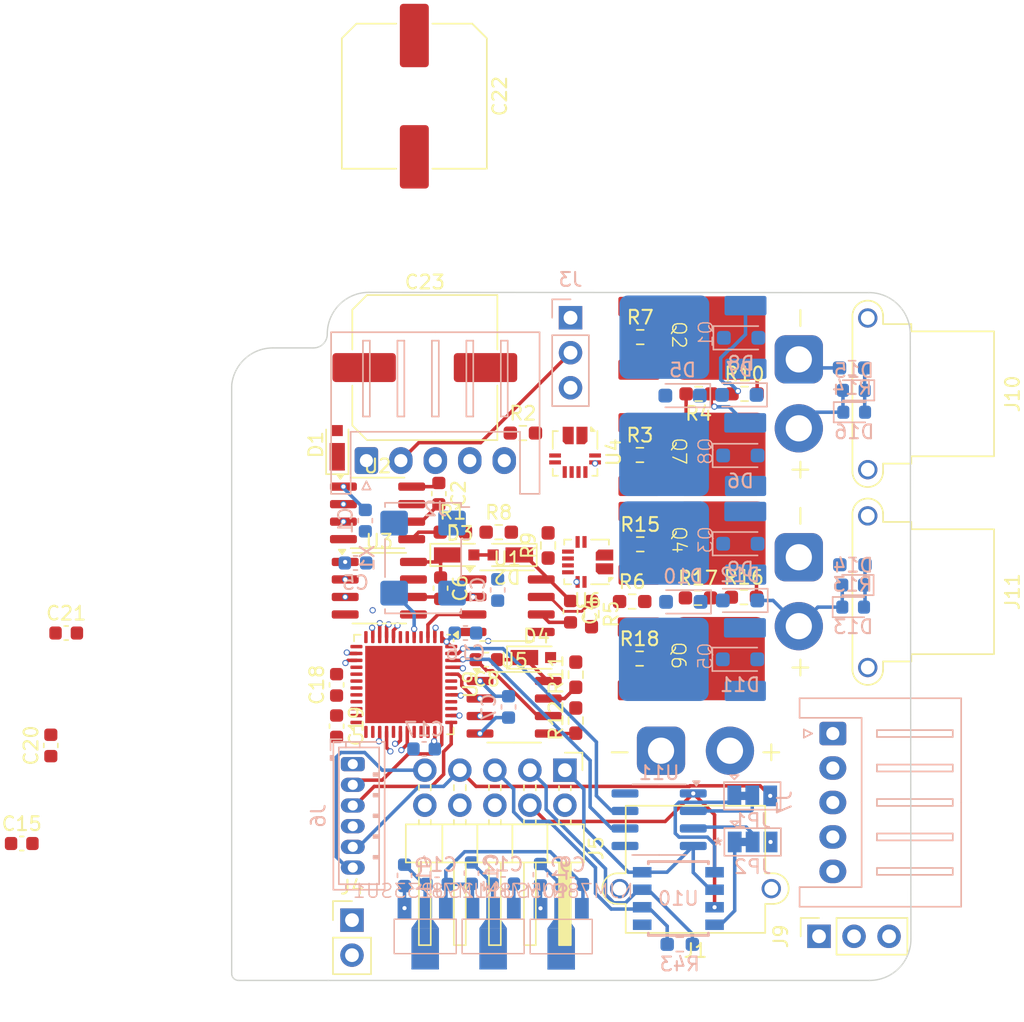
<source format=kicad_pcb>
(kicad_pcb (version 20241229) (generator "pcbnew") (generator_version "9.0")
  (layers (0 "F.Cu" signal) (4 "In1.Cu" signal) (6 "In2.Cu" signal) (2 "B.Cu" signal) (13 "F.Paste" user) (15 "B.Paste" user) (5 "F.SilkS" user "F.Silkscreen") (7 "B.SilkS" user "B.Silkscreen") (1 "F.Mask" user) (3 "B.Mask" user) (25 "Edge.Cuts" user))
  (net 0 "")
  (net 1 "+12V")
  (net 2 "GND")
  (net 3 "ch1_2")
  (net 4 "Net-(D1-K)")
  (net 5 "ch2_2")
  (net 6 "Net-(D2-K)")
  (net 7 "ch1_1")
  (net 8 "Net-(D3-K)")
  (net 9 "ch2_1")
  (net 10 "Net-(D4-K)")
  (net 11 "+5V")
  (net 12 "+3.3V")
  (net 13 "VCC")
  (net 14 "GND1")
  (net 15 "GND2")
  (net 16 "TIM3_ETR")
  (net 17 "TIM3_CH2")
  (net 18 "Net-(J2-Pin_2)")
  (net 19 "TIM3_CH1")
  (net 20 "GNDA")
  (net 21 "CAN_L")
  (net 23 "+5VA")
  (net 25 "LED1")
  (net 27 "RX")
  (net 28 "TX")
  (net 29 "CAN_H")
  (net 30 "DIO")
  (net 31 "CLK")
  (net 32 "TIM2_CH1")
  (net 33 "TIM2_CH2")
  (net 34 "TIM2_ETR")
  (net 35 "Net-(J7-Pin_2)")
  (net 36 "I2C_SCL")
  (net 37 "I2C_SDA")
  (net 38 "VOA")
  (net 39 "C_TX_A")
  (net 40 "C_RX_A")
  (net 41 "VIB")
  (net 42 "Net-(Q1-G)")
  (net 43 "Net-(Q2-G)")
  (net 44 "Net-(Q3-G)")
  (net 45 "Net-(Q4-G)")
  (net 46 "Net-(Q5-G)")
  (net 47 "Net-(Q6-G)")
  (net 48 "Net-(Q7-G)")
  (net 49 "Net-(Q8-G)")
  (net 50 "Net-(U2-LO)")
  (net 51 "Net-(U2-HO)")
  (net 52 "Net-(U1-HO)")
  (net 53 "Net-(U1-LO)")
  (net 54 "Net-(U3-HO)")
  (net 55 "Net-(U3-LO)")
  (net 56 "Net-(U5-HO)")
  (net 57 "Net-(U5-LO)")
  (net 58 "SD2")
  (net 59 "TIM15_CH1")
  (net 60 "TIM4_CH1")
  (net 61 "SD1")
  (net 62 "TIM4_CH2")
  (net 65 "cur_1")
  (net 69 "TIM15_CH2")
  (net 70 "cur_2")
  (net 79 "CAN_TX")
  (net 92 "CAN_RX")
  (net 95 "HSE")
  (net 102 "Net-(D13-A)")
  (net 103 "Net-(D15-K)")
  (footprint "Connector_AMASS:AMASS_XT30PW-F_1x02_P2.50mm_Horizontal" (layer "F.Cu") (at 213.052 72.938 -90)
    (property "Reference" "J11")
    (property "Value" "Conn_01x02_Pin")
  )
  (footprint "Connector_PinHeader_2.54mm:PinHeader_2x05_P2.54mm_Horizontal" (layer "F.Cu") (at 196.088 88.3818 -90)
    (property "Reference" "J5")
    (property "Value" "Conn_02x05_Odd_Even")
  )
  (footprint "Resistor_SMD:R_0603_1608Metric_Pad0.98x0.95mm_HandSolder" (layer "F.Cu") (at 201.5065 80.289)
    (property "Reference" "R18")
    (property "Value" "10k")
  )
  (footprint "Resistor_SMD:R_0603_1608Metric_Pad0.98x0.95mm_HandSolder" (layer "F.Cu") (at 196.8754 81.4578 90)
    (property "Reference" "R11")
    (property "Value" "10")
  )
  (footprint "Resistor_SMD:R_0603_1608Metric_Pad0.98x0.95mm_HandSolder" (layer "F.Cu") (at 200.9648 76.1492)
    (property "Reference" "R6")
    (property "Value" "10")
  )
  (footprint "Diode_SMD:D_MicroSMP_AK" (layer "F.Cu") (at 179.578 64.7715 90)
    (property "Reference" "D1")
    (property "Value" "D")
  )
  (footprint "Resistor_SMD:R_0603_1608Metric_Pad0.98x0.95mm_HandSolder" (layer "F.Cu") (at 196.8754 84.7852 90)
    (property "Reference" "R12")
    (property "Value" "10")
  )
  (footprint "Package_SO:SOIC-8_3.9x4.9mm_P1.27mm" (layer "F.Cu") (at 182.626 75.184)
    (property "Reference" "U3")
    (property "Value" "IR2302")
  )
  (footprint "Capacitor_SMD:C_Elec_10x10.2" (layer "F.Cu") (at 185.928 59.182)
    (property "Reference" "C23")
    (property "Value" "330u")
  )
  (footprint "Resistor_SMD:R_0603_1608Metric_Pad0.98x0.95mm_HandSolder" (layer "F.Cu") (at 187.96 71.12)
    (property "Reference" "R1")
    (property "Value" "10")
  )
  (footprint "Capacitor_SMD:C_0603_1608Metric" (layer "F.Cu") (at 196.4944 76.8858 -90)
    (property "Reference" "C4")
    (property "Value" "1u")
  )
  (footprint "Connector_AMASS:AMASS_XT30PW-F_1x02_P2.50mm_Horizontal" (layer "F.Cu") (at 213.052 58.587 -90)
    (property "Reference" "J10")
    (property "Value" "Conn_01x02_Pin")
  )
  (footprint "Connector_AMASS:AMASS_XT30PW-M_1x02_P2.50mm_Horizontal" (layer "F.Cu") (at 203.058 86.9718 180)
    (property "Reference" "J1")
    (property "Value" "Conn_01x02_Pin")
  )
  (footprint "Capacitor_SMD:C_Elec_10x10.2" (layer "F.Cu") (at 185.166 39.497 -90)
    (property "Reference" "C22")
    (property "Value" "330u")
  )
  (footprint "Capacitor_SMD:C_0603_1608Metric" (layer "F.Cu") (at 156.6926 93.7006)
    (property "Reference" "C15")
    (property "Value" "1u")
  )
  (footprint "Capacitor_SMD:C_0603_1608Metric" (layer "F.Cu") (at 186.944 68.326 -90)
    (property "Reference" "C2")
    (property "Value" "1u")
  )
  (footprint "jisaku:RD3L07BBG" (layer "F.Cu") (at 203.8775 71.9324 -90)
    (property "Reference" "Q4")
    (property "Value" "~")
  )
  (footprint "Resistor_SMD:R_0603_1608Metric_Pad0.98x0.95mm_HandSolder" (layer "F.Cu") (at 201.5262 65.5231)
    (property "Reference" "R3")
    (property "Value" "10k")
  )
  (footprint "Package_DFN_QFN:QFN-48-1EP_7x7mm_P0.5mm_EP5.6x5.6mm" (layer "F.Cu") (at 184.404 82.169 -90)
    (property "Reference" "U9")
    (property "Value" "STM32G431CBUx")
  )
  (footprint "Package_SO:SOIC-8_3.9x4.9mm_P1.27mm" (layer "F.Cu") (at 182.499 69.723)
    (property "Reference" "U2")
    (property "Value" "IR2302")
  )
  (footprint "Sensor_Current:Allegro_QFN-12-10-1EP_3x3mm_P0.5mm" (layer "F.Cu") (at 197.739 73.279 180)
    (property "Reference" "U6")
    (property "Value" "ACS711xEXLT-15AB")
  )
  (footprint "Resistor_SMD:R_0603_1608Metric_Pad0.98x0.95mm_HandSolder" (layer "F.Cu") (at 191.2874 71.12)
    (property "Reference" "R8")
    (property "Value" "10")
  )
  (footprint "Capacitor_SMD:C_0603_1608Metric" (layer "F.Cu") (at 158.8008 86.5886 90)
    (property "Reference" "C20")
    (property "Value" "0.1u")
  )
  (footprint "jisaku:RD3L07BBG" (layer "F.Cu") (at 203.8718 65.4977 -90)
    (property "Reference" "Q7")
    (property "Value" "~")
  )
  (footprint "jisaku:RD3L07BBG" (layer "F.Cu") (at 203.8653 57.063 -90)
    (property "Reference" "Q2")
    (property "Value" "~")
  )
  (footprint "Diode_SMD:D_MicroSMP_AK" (layer "F.Cu") (at 194.0291 80.2132)
    (property "Reference" "D4")
    (property "Value" "D")
  )
  (footprint "Diode_SMD:D_MicroSMP_AK" (layer "F.Cu") (at 191.8985 72.771 180)
    (property "Reference" "D2")
    (property "Value" "D")
  )
  (footprint "Resistor_SMD:R_0603_1608Metric_Pad0.98x0.95mm_HandSolder" (layer "F.Cu") (at 198.0184 77.0636 -90)
    (property "Reference" "R5")
    (property "Value" "10")
  )
  (footprint "Capacitor_SMD:C_0603_1608Metric" (layer "F.Cu") (at 179.5272 82.1944 90)
    (property "Reference" "C18")
    (property "Value" "1u")
  )
  (footprint "Capacitor_SMD:C_0603_1608Metric" (layer "F.Cu") (at 187.071 75.184 -90)
    (property "Reference" "C6")
    (property "Value" "1u")
  )
  (footprint "Resistor_SMD:R_0603_1608Metric_Pad0.98x0.95mm_HandSolder" (layer "F.Cu") (at 209.1182 61.087)
    (property "Reference" "R10")
    (property "Value" "10k")
  )
  (footprint "Resistor_SMD:R_0603_1608Metric_Pad0.98x0.95mm_HandSolder" (layer "F.Cu") (at 193.04 63.9318)
    (property "Reference" "R2")
    (property "Value" "10")
  )
  (footprint "Resistor_SMD:R_0603_1608Metric_Pad0.98x0.95mm_HandSolder" (layer "F.Cu") (at 194.8688 72.0852 90)
    (property "Reference" "R9")
    (property "Value" "10")
  )
  (footprint "Package_SO:SOIC-8_3.9x4.9mm_P1.27mm" (layer "F.Cu") (at 191.8955 76.454)
    (property "Reference" "U1")
    (property "Value" "IR2302")
  )
  (footprint "Connector_PinSocket_2.54mm:PinSocket_1x03_P2.54mm_Vertical" (layer "F.Cu") (at 214.518 100.432 90)
    (property "Reference" "J9")
    (property "Value" "Conn_01x03_Pin")
  )
  (footprint "Capacitor_SMD:C_0603_1608Metric" (layer "F.Cu") (at 190.3984 80.3656 180)
    (property "Reference" "C8")
    (property "Value" "1u")
  )
  (footprint "Resistor_SMD:R_0603_1608Metric_Pad0.98x0.95mm_HandSolder" (layer "F.Cu") (at 201.5516 72.0001)
    (property "Reference" "R15")
    (property "Value" "10k")
  )
  (footprint "Capacitor_SMD:C_0603_1608Metric" (layer "F.Cu") (at 159.9184 78.4352)
    (property "Reference" "C21")
    (property "Value" "0.1u")
  )
  (footprint "Resistor_SMD:R_0603_1608Metric_Pad0.98x0.95mm_HandSolder" (layer "F.Cu") (at 209.07 75.8355)
    (property "Reference" "R16")
    (property "Value" "10k")
  )
  (footprint "Sensor_Current:Allegro_QFN-12-10-1EP_3x3mm_P0.5mm" (layer "F.Cu") (at 196.8246 65.3288 -90)
    (property "Reference" "U4")
    (property "Value" "ACS711xEXLT-15AB")
  )
  (footprint "Capacitor_SMD:C_0603_1608Metric" (layer "F.Cu") (at 179.5272 85.1916 -90)
    (property "Reference" "C19")
    (property "Value" "1u")
  )
  (footprint "Package_SO:SOIC-8_3.9x4.9mm_P1.27mm" (layer "F.Cu") (at 192.405 83.82)
    (property "Reference" "U5")
    (property "Value" "IR2302")
  )
  (footprint "Connector_PinHeader_2.54mm:PinHeader_1x02_P2.54mm_Vertical" (layer "F.Cu") (at 180.6448 99.2582)
    (property "Reference" "J4")
    (property "Value" "Conn_01x02_Pin")
  )
  (footprint "Diode_SMD:D_MicroSMP_AK" (layer "F.Cu") (at 188.4665 72.771)
    (property "Reference" "D3")
    (property "Value" "D")
  )
  (footprint "jisaku:RD3L07BBG" (layer "F.Cu") (at 203.8228 80.3126 -90)
    (property "Reference" "Q6")
    (property "Value" "~")
  )
  (footprint "Resistor_SMD:R_0603_1608Metric_Pad0.98x0.95mm_HandSolder" (layer "F.Cu") (at 205.7426 75.8863)
    (property "Reference" "R17")
    (property "Value" "10k")
  )
  (footprint "Resistor_SMD:R_0603_1608Metric_Pad0.98x0.95mm_HandSolder" (layer "F.Cu") (at 201.549 56.9722)
    (property "Reference" "R7")
    (property "Value" "10k")
  )
  (footprint "Resistor_SMD:R_0603_1608Metric_Pad0.98x0.95mm_HandSolder" (layer "F.Cu") (at 205.7908 61.087 180)
    (property "Reference" "R4")
    (property "Value" "10k")
  )
  (footprint "Package_SO:SOIC-8_3.9x4.9mm_P1.27mm" (layer "B.Cu") (at 202.9206 91.9734 180)
    (property "Reference" "U11")
    (property "Value" "ADuM1201AR")
  )
  (footprint "Capacitor_SMD:C_0603_1608Metric" (layer "B.Cu") (at 185.8772 86.8426 180)
    (property "Reference" "C17")
    (property "Value" "1u")
  )
  (footprint "Diode_SMD:D_SOD-323_HandSoldering" (layer "B.Cu") (at 208.788 76.073 180)
    (property "Reference" "D12")
    (property "Value" "D")
  )
  (footprint "jisaku:RD3L07BBG" (layer "B.Cu") (at 206.8068 56.9976 -90)
    (property "Reference" "Q1")
    (property "Value" "~")
  )
  (footprint "Connector_JST:JST_XH_S5B-XH-A_1x05_P2.50mm_Horizontal" (layer "B.Cu") (at 181.69 65.929)
    (property "Reference" "J2")
    (property "Value" "Conn_01x05_Pin")
  )
  (footprint "Resistor_SMD:R_0603_1608Metric_Pad0.98x0.95mm_HandSolder" (layer "B.Cu") (at 204.4192 101.0158)
    (property "Reference" "R43")
    (property "Value" "120")
  )
  (footprint "Diode_SMD:D_SOD-323_HandSoldering" (layer "B.Cu") (at 208.788 80.3402)
    (property "Reference" "D11")
    (property "Value" "D")
  )
  (footprint "jisaku:RD3L07BBG" (layer "B.Cu") (at 206.7643 80.3652 -90)
    (property "Reference" "Q5")
    (property "Value" "~")
  )
  (footprint "Capacitor_SMD:C_0603_1608Metric" (layer "B.Cu") (at 191.9986 83.7946 -90)
    (property "Reference" "C7")
    (property "Value" "1u")
  )
  (footprint "Resistor_SMD:R_0603_1608Metric_Pad0.98x0.95mm_HandSolder" (layer "B.Cu") (at 216.9414 73.4822)
    (property "Reference" "R13")
    (property "Value" "R")
  )
  (footprint "Resistor_SMD:R_0603_1608Metric_Pad0.98x0.95mm_HandSolder" (layer "B.Cu") (at 216.916 59.2074)
    (property "Reference" "R14")
    (property "Value" "R")
  )
  (footprint "Diode_SMD:D_SOD-323_HandSoldering" (layer "B.Cu") (at 208.8134 71.9582)
    (property "Reference" "D9")
    (property "Value" "D")
  )
  (footprint "Jumper:SolderJumper-3_P1.3mm_Bridged12_Pad1.0x1.5mm" (layer "B.Cu") (at 209.7024 93.5891)
    (property "Reference" "JP2")
    (property "Value" "ソルダジャンパ12")
  )
  (footprint "Capacitor_SMD:C_0603_1608Metric" (layer "B.Cu") (at 184.4548 96.012 90)
    (property "Reference" "C11")
    (property "Value" "C")
  )
  (footprint "Oscillator:Oscillator_SMD_IQD_IQXO70-4Pin_7.5x5.0mm" (layer "B.Cu") (at 185.801 72.9996 -90)
    (property "Reference" "X1")
    (property "Value" "IQXO-70")
  )
  (footprint "Capacitor_SMD:C_0603_1608Metric" (layer "B.Cu") (at 191.2112 75.311 -90)
    (property "Reference" "C3")
    (property "Value" "1u")
  )
  (footprint "Connector_JST:JST_ZH_B6B-ZR_1x06_P1.50mm_Vertical" (layer "B.Cu") (at 180.7028 87.944 -90)
    (property "Reference" "J6")
    (property "Value" "Conn_01x06_Pin")
  )
  (footprint "Diode_SMD:D_SOD-323_HandSoldering" (layer "B.Cu") (at 204.6732 76.1746 180)
    (property "Reference" "D10")
    (property "Value" "D")
  )
  (footprint "jisaku:RD3L07BBG" (layer "B.Cu") (at 206.7897 71.926 -90)
    (property "Reference" "Q3")
    (property "Value" "~")
  )
  (footprint "Capacitor_SMD:C_0603_1608Metric" (layer "B.Cu") (at 186.817 96.6615 180)
    (property "Reference" "C14")
    (property "Value" "C")
  )
  (footprint "Capacitor_SMD:C_0603_1608Metric" (layer "B.Cu") (at 196.6214 96.6724 180)
    (property "Reference" "C9")
    (property "Value" "C")
  )
  (footprint "Capacitor_SMD:C_0603_1608Metric" (layer "B.Cu") (at 189.3062 95.8487 90)
    (property "Reference" "C13")
    (property "Value" "C")
  )
  (footprint "jisaku:SOP-J8" (layer "B.Cu") (at 204.3176 97.6884 180)
    (property "Reference" "U10")
    (property "Value" "BD4104")
  )
  (footprint "jisaku:RD3L07BBG" (layer "B.Cu") (at 206.784 65.4977 -90)
    (property "Reference" "Q8")
    (property "Value" "~")
  )
  (footprint "Diode_SMD:D_SOD-323_HandSoldering" (layer "B.Cu") (at 204.6224 61.214 180)
    (property "Reference" "D5")
    (property "Value" "D")
  )
  (footprint "Connector_PinSocket_2.54mm:PinSocket_1x03_P2.54mm_Vertical" (layer "B.Cu") (at 196.4948 55.5648 180)
    (property "Reference" "J3")
    (property "Value" "Conn_01x03_Pin")
  )
  (footprint "Diode_SMD:D_SOD-323_HandSoldering" (layer "B.Cu") (at 208.7372 61.1632 180)
    (property "Reference" "D7")
    (property "Value" "D")
  )
  (footprint "LED_SMD:LED_0603_1608Metric" (layer "B.Cu") (at 217.0684 62.4202)
    (property "Reference" "D16")
    (property "Value" "LED")
  )
  (footprint "Jumper:SolderJumper-3_P1.3mm_Bridged12_Pad1.0x1.5mm" (layer "B.Cu") (at 209.677 90.2462)
    (property "Reference" "JP1")
    (property "Value" "ソルダジャンパ12")
  )
  (footprint "jisaku:SOT-89-3" (layer "B.Cu") (at 190.881 97.6376 180)
    (property "Reference" "NJM78L12SU2")
    (property "Value" "~")
  )
  (footprint "jisaku:SOT-89-3" (layer "B.Cu") (at 185.9534 97.6376 180)
    (property "Reference" "NJM78L33SU1")
    (property "Value" "~")
  )
  (footprint "LED_SMD:LED_0603_1608Metric" (layer "B.Cu") (at 217.043 60.833 180)
    (property "Reference" "D15")
    (property "Value" "LED")
  )
  (footprint "LED_SMD:LED_0603_1608Metric" (layer "B.Cu") (at 216.9922 74.9562 180)
    (property "Reference" "D14")
    (property "Value" "LED")
  )
  (footprint "jisaku:SOT-89-3" (layer "B.Cu") (at 195.8172 97.6485 180)
    (property "Reference" "NJM78L05SU1")
    (property "Value" "~")
  )
  (footprint "Connector_JST:JST_XH_S5B-XH-A_1x05_P2.50mm_Horizontal" (layer "B.Cu") (at 215.519 85.725 -90)
    (property "Reference" "J7")
    (property "Value" "Conn_01x05_Pin")
  )
  (footprint "Diode_SMD:D_SOD-323_HandSoldering" (layer "B.Cu") (at 208.8134 65.5574)
    (property "Reference" "D6")
    (property "Value" "D")
  )
  (footprint "Capacitor_SMD:C_0603_1608Metric" (layer "B.Cu") (at 188.8744 78.4352)
    (property "Reference" "C16")
    (property "Value" "1u")
  )
  (footprint "Capacitor_SMD:C_0603_1608Metric" (layer "B.Cu") (at 181.61 70.2818 -90)
    (property "Reference" "C1")
    (property "Value" "1u")
  )
  (footprint "Diode_SMD:D_SOD-323_HandSoldering" (layer "B.Cu") (at 208.8642 57.023)
    (property "Reference" "D8")
    (property "Value" "D")
  )
  (footprint "Capacitor_SMD:C_0603_1608Metric" (layer "B.Cu") (at 194.31 95.9612 90)
    (property "Reference" "C10")
    (property "Value" "C")
  )
  (footprint "Capacitor_SMD:C_0603_1608Metric" (layer "B.Cu") (at 191.6176 96.6361 180)
    (property "Reference" "C12")
    (property "Value" "C")
  )
  (footprint "Capacitor_SMD:C_0603_1608Metric" (layer "B.Cu") (at 180.8988 73.3552)
    (property "Reference" "C5")
    (property "Value" "1u")
  )
  (footprint "LED_SMD:LED_0603_1608Metric" (layer "B.Cu") (at 216.9922 76.5556)
    (property "Reference" "D13")
    (property "Value" "LED")
  )
  (gr_arc (start 178.852347 56.755387) (mid 178.559001 57.463588) (end 177.8508 57.756934) (stroke (width 0.1)) (layer "Edge.Cuts"))
  (gr_line (start 174.9044 57.756934) (end 177.841098 57.756934) (stroke (width 0.1)) (layer "Edge.Cuts"))
  (gr_line (start 218.1832 103.632) (end 178.9188 103.632) (stroke (width 0.1)) (layer "Edge.Cuts"))
  (gr_line (start 178.9188 103.632) (end 172.4188 103.632) (stroke (width 0.1)) (layer "Edge.Cuts"))
  (gr_arc (start 172.4188 103.632) (mid 172.065247 103.485553) (end 171.9188 103.132) (stroke (width 0.1)) (layer "Edge.Cuts"))
  (gr_arc (start 171.9188 60.463349) (mid 172.88955 58.534238) (end 174.9044 57.756934) (stroke (width 0.1)) (layer "Edge.Cuts"))
  (gr_line (start 221.1352 56.743734) (end 221.1832 100.632) (stroke (width 0.1)) (layer "Edge.Cuts"))
  (gr_line (start 171.9188 103.132) (end 171.9188 60.463349) (stroke (width 0.1)) (layer "Edge.Cuts"))
  (gr_line (start 181.8708 53.725257) (end 218.1352 53.7464) (stroke (width 0.1)) (layer "Edge.Cuts"))
  (gr_arc (start 218.1352 53.743734) (mid 220.25652 54.622414) (end 221.1352 56.743734) (stroke (width 0.1)) (layer "Edge.Cuts"))
  (gr_arc (start 178.852346 56.755387) (mid 179.732299 54.613472) (end 181.870801 53.725257) (stroke (width 0.1)) (layer "Edge.Cuts"))
  (gr_arc (start 221.1832 100.632) (mid 220.30452 102.75332) (end 218.1832 103.632) (stroke (width 0.1)) (layer "Edge.Cuts"))
  (via (at 189.93 81.915) (size 0.45) (drill 0.3) (layers "F.Cu" "B.Cu") (net 1))
  (via (at 180.024 67.818) (size 0.45) (drill 0.3) (layers "F.Cu" "B.Cu") (net 1))
  (via (at 180.151 73.279) (size 0.45) (drill 0.3) (layers "F.Cu" "B.Cu") (net 1))
  (segment (start 187.4534 98.3876) (end 187.4534 95.663206) (width 0.254) (layer "B.Cu") (net 1))
  (segment (start 197.3964 96.6724) (end 197.3964 98.3193) (width 0.254) (layer "B.Cu") (net 1))
  (segment (start 187.592 96.6615) (end 189.2684 96.6615) (width 0.254) (layer "B.Cu") (net 1))
  (segment (start 187.4534 95.663206) (end 188.820906 94.2957) (width 0.254) (layer "B.Cu") (net 1))
  (segment (start 187.4534 98.3876) (end 187.4534 96.8001) (width 0.254) (layer "B.Cu") (net 1))
  (segment (start 188.820906 94.2957) (end 195.0197 94.2957) (width 0.254) (layer "B.Cu") (net 1))
  (segment (start 189.381 96.6985) (end 189.3062 96.6237) (width 0.254) (layer "B.Cu") (net 1))
  (segment (start 180.024 67.818) (end 180.024 67.9208) (width 0.254) (layer "B.Cu") (net 1))
  (segment (start 189.381 98.3876) (end 189.381 96.6985) (width 0.254) (layer "B.Cu") (net 1))
  (segment (start 189.2684 96.6615) (end 189.3062 96.6237) (width 0.254) (layer "B.Cu") (net 1))
  (segment (start 197.3964 98.3193) (end 197.3172 98.3985) (width 0.254) (layer "B.Cu") (net 1))
  (segment (start 191.9986 83.0196) (end 191.0346 83.0196) (width 0.254) (layer "B.Cu") (net 1))
  (segment (start 187.4534 96.8001) (end 187.592 96.6615) (width 0.254) (layer "B.Cu") (net 1))
  (segment (start 191.0346 83.0196) (end 189.93 81.915) (width 0.254) (layer "B.Cu") (net 1))
  (segment (start 195.0197 94.2957) (end 197.3964 96.6724) (width 0.254) (layer "B.Cu") (net 1))
  (segment (start 180.024 67.9208) (end 181.61 69.5068) (width 0.254) (layer "B.Cu") (net 1))
  (via (at 189.93 85.725) (size 0.45) (drill 0.3) (layers "F.Cu" "B.Cu") (net 2))
  (segment (start 190.881 96.6485) (end 190.881 98.3876) (width 0.254) (layer "B.Cu") (net 2))
  (segment (start 195.8172 96.6934) (end 195.8172 98.3985) (width 0.254) (layer "B.Cu") (net 2))
  (segment (start 190.8426 98.3492) (end 190.881 98.3876) (width 0.254) (layer "B.Cu") (net 2))
  (segment (start 194.31 95.1862) (end 195.8172 96.6934) (width 0.254) (layer "B.Cu") (net 2))
  (segment (start 195.8464 96.6724) (end 195.8464 98.3693) (width 0.254) (layer "B.Cu") (net 2))
  (segment (start 191.0854 84.5696) (end 189.93 85.725) (width 0.254) (layer "B.Cu") (net 2))
  (segment (start 184.4548 95.237) (end 185.9534 96.7356) (width 0.254) (layer "B.Cu") (net 2))
  (segment (start 189.3062 95.0737) (end 190.881 96.6485) (width 0.254) (layer "B.Cu") (net 2))
  (segment (start 190.8426 96.6361) (end 190.8426 98.3492) (width 0.254) (layer "B.Cu") (net 2))
  (segment (start 185.9534 96.7356) (end 185.9534 98.3876) (width 0.254) (layer "B.Cu") (net 2))
  (segment (start 191.9986 84.5696) (end 191.0854 84.5696) (width 0.254) (layer "B.Cu") (net 2))
  (segment (start 195.8464 98.3693) (end 195.8172 98.3985) (width 0.254) (layer "B.Cu") (net 2))
  (segment (start 210.0307 61.087) (end 210.0307 59.7009) (width 0.254) (layer "F.Cu") (net 3))
  (segment (start 186.944 69.101) (end 185.687 70.358) (width 0.254) (layer "F.Cu") (net 3))
  (segment (start 185.687 70.358) (end 184.974 70.358) (width 0.254) (layer "F.Cu") (net 3))
  (segment (start 210.0307 59.7009) (end 207.3713 57.0415) (width 0.254) (layer "F.Cu") (net 3))
  (segment (start 213.6724 59.2074) (end 213.052 58.587) (width 0.254) (layer "B.Cu") (net 3))
  (segment (start 216.0035 59.2074) (end 213.6724 59.2074) (width 0.254) (layer "B.Cu") (net 3))
  (segment (start 184.974 67.818) (end 186.677 67.818) (width 0.254) (layer "F.Cu") (net 4))
  (segment (start 186.677 67.818) (end 186.944 67.551) (width 0.254) (layer "F.Cu") (net 4))
  (segment (start 209.9825 75.8355) (end 209.9825 74.5099) (width 0.254) (layer "F.Cu") (net 5))
  (segment (start 194.9423 77.6608) (end 194.3705 77.089) (width 0.254) (layer "F.Cu") (net 5))
  (segment (start 209.9825 74.5099) (end 207.3835 71.9109) (width 0.254) (layer "F.Cu") (net 5))
  (segment (start 196.4944 77.6608) (end 194.9423 77.6608) (width 0.254) (layer "F.Cu") (net 5))
  (segment (start 193.1546 72.771) (end 192.7785 72.771) (width 0.254) (layer "F.Cu") (net 6))
  (segment (start 196.4944 76.1108) (end 193.1546 72.771) (width 0.254) (layer "F.Cu") (net 6))
  (segment (start 204.8783 61.087) (end 204.8783 62.9767) (width 0.254) (layer "F.Cu") (net 7))
  (segment (start 185.101 75.819) (end 186.931 75.819) (width 0.254) (layer "F.Cu") (net 7))
  (segment (start 186.931 75.819) (end 187.071 75.959) (width 0.254) (layer "F.Cu") (net 7))
  (segment (start 204.8783 62.9767) (end 207.3778 65.4762) (width 0.254) (layer "F.Cu") (net 7))
  (segment (start 216.2555 60.833) (end 216.2555 62.3948) (width 0.254) (layer "B.Cu") (net 7))
  (segment (start 214.2188 62.4202) (end 213.052 63.587) (width 0.254) (layer "B.Cu") (net 7))
  (segment (start 216.2555 62.3948) (end 216.2809 62.4202) (width 0.254) (layer "B.Cu") (net 7))
  (segment (start 216.2809 62.4202) (end 214.2188 62.4202) (width 0.254) (layer "B.Cu") (net 7))
  (segment (start 187.0785 73.279) (end 187.5865 72.771) (width 0.254) (layer "F.Cu") (net 8))
  (segment (start 187.071 73.2865) (end 187.5865 72.771) (width 0.254) (layer "F.Cu") (net 8))
  (segment (start 187.071 74.409) (end 187.071 73.2865) (width 0.254) (layer "F.Cu") (net 8))
  (segment (start 185.101 73.279) (end 187.0785 73.279) (width 0.254) (layer "F.Cu") (net 8))
  (segment (start 194.12515 84.455) (end 190.83875 81.1686) (width 0.254) (layer "F.Cu") (net 9))
  (segment (start 190.4264 81.1686) (end 189.6234 80.3656) (width 0.254) (layer "F.Cu") (net 9))
  (segment (start 194.88 84.455) (end 194.12515 84.455) (width 0.254) (layer "F.Cu") (net 9))
  (segment (start 190.83875 81.1686) (end 190.4264 81.1686) (width 0.254) (layer "F.Cu") (net 9))
  (segment (start 210.038 76.073) (end 211.187 76.073) (width 0.254) (layer "B.Cu") (net 9))
  (segment (start 211.187 76.073) (end 213.052 77.938) (width 0.254) (layer "B.Cu") (net 9))
  (segment (start 216.2047 74.9562) (end 216.2047 76.5556) (width 0.254) (layer "B.Cu") (net 9))
  (segment (start 216.2047 76.5556) (end 214.4344 76.5556) (width 0.254) (layer "B.Cu") (net 9))
  (segment (start 214.4344 76.5556) (end 213.052 77.938) (width 0.254) (layer "B.Cu") (net 9))
  (segment (start 194.88 81.915) (end 194.8509 81.915) (width 0.254) (layer "F.Cu") (net 10))
  (segment (start 191.1734 80.3656) (end 192.9967 80.3656) (width 0.254) (layer "F.Cu") (net 10))
  (segment (start 192.9967 80.3656) (end 193.1491 80.2132) (width 0.254) (layer "F.Cu") (net 10))
  (segment (start 194.8509 81.915) (end 193.1491 80.2132) (width 0.254) (layer "F.Cu") (net 10))
  (via (at 194.3172 98.3985) (size 0.45) (drill 0.3) (layers "F.Cu" "B.Cu") (net 11))
  (segment (start 194.3172 96.7434) (end 194.31 96.7362) (width 0.254) (layer "B.Cu") (net 11))
  (segment (start 194.3172 98.3985) (end 194.3172 96.7434) (width 0.254) (layer "B.Cu") (net 11))
  (segment (start 186.654 86.2318) (end 186.654 85.6065) (width 0.254) (layer "F.Cu") (net 12))
  (segment (start 187.154 78.7315) (end 187.8415 79.419) (width 0.254) (layer "F.Cu") (net 12))
  (segment (start 186.602 86.2838) (end 186.654 86.2318) (width 0.254) (layer "F.Cu") (net 12))
  (via (at 186.602 86.2838) (size 0.45) (drill 0.3) (layers "F.Cu" "B.Cu") (net 12))
  (via (at 184.4534 98.3876) (size 0.45) (drill 0.3) (layers "F.Cu" "B.Cu") (net 12))
  (via (at 187.504521 79.068479) (size 0.45) (drill 0.3) (layers "F.Cu" "B.Cu") (net 12))
  (segment (start 188.0994 78.4352) (end 188.0994 78.4736) (width 0.254) (layer "B.Cu") (net 12))
  (segment (start 186.6522 86.8426) (end 186.6522 86.334) (width 0.254) (layer "B.Cu") (net 12))
  (segment (start 184.4548 96.787) (end 184.4548 98.3862) (width 0.254) (layer "B.Cu") (net 12))
  (segment (start 188.0994 78.4736) (end 187.504521 79.068479) (width 0.254) (layer "B.Cu") (net 12))
  (segment (start 186.6522 86.334) (end 186.602 86.2838) (width 0.254) (layer "B.Cu") (net 12))
  (segment (start 184.4548 98.3862) (end 184.4534 98.3876) (width 0.254) (layer "B.Cu") (net 12))
  (segment (start 190.8785 72.771) (end 189.4865 72.771) (width 0.254) (layer "F.Cu") (net 13))
  (segment (start 192.381 98.3876) (end 192.381 96.6477) (width 0.254) (layer "B.Cu") (net 13))
  (segment (start 192.381 96.6477) (end 192.3926 96.6361) (width 0.254) (layer "B.Cu") (net 13))
  (segment (start 188.480749 82.919) (end 188.532848 82.971099) (width 0.254) (layer "F.Cu") (net 16))
  (segment (start 187.8415 82.919) (end 188.480749 82.919) (width 0.254) (layer "F.Cu") (net 16))
  (via (at 190.52561 79.012961) (size 0.45) (drill 0.3) (layers "F.Cu" "B.Cu") (net 16))
  (via (at 188.532848 82.971099) (size 0.45) (drill 0.3) (layers "F.Cu" "B.Cu") (net 16))
  (segment (start 180.360808 80.419) (end 180.171053 80.608755) (width 0.254) (layer "F.Cu") (net 17))
  (segment (start 180.9665 80.419) (end 180.360808 80.419) (width 0.254) (layer "F.Cu") (net 17))
  (via (at 180.171053 80.608755) (size 0.45) (drill 0.3) (layers "F.Cu" "B.Cu") (net 17))
  (via (at 182.1434 76.7842) (size 0.45) (drill 0.3) (layers "F.Cu" "B.Cu") (net 17))
  (segment (start 185.493 64.626) (end 184.19 65.929) (width 0.254) (layer "F.Cu") (net 18))
  (segment (start 189.9736 64.626) (end 185.493 64.626) (width 0.254) (layer "F.Cu") (net 18))
  (segment (start 196.4948 58.1048) (end 189.9736 64.626) (width 0.254) (layer "F.Cu") (net 18))
  (segment (start 180.9665 79.919) (end 180.339768 79.919) (width 0.254) (layer "F.Cu") (net 19))
  (segment (start 180.339768 79.919) (end 180.270946 79.850178) (width 0.254) (layer "F.Cu") (net 19))
  (via (at 180.270946 79.850178) (size 0.45) (drill 0.3) (layers "F.Cu" "B.Cu") (net 19))
  (segment (start 197.4618 89.7556) (end 197.4618 92.54975) (width 0.254) (layer "B.Cu") (net 20))
  (segment (start 206.647601 97.0534) (end 205.3956 95.801399) (width 0.254) (layer "B.Cu") (net 20))
  (segment (start 201.692599 95.7834) (end 203.4906 95.7834) (width 0.254) (layer "B.Cu") (net 20))
  (segment (start 196.088 88.3818) (end 197.4618 89.7556) (width 0.254) (layer "B.Cu") (net 20))
  (segment (start 200.69545 95.7834) (end 201.692599 95.7834) (width 0.254) (layer "B.Cu") (net 20))
  (segment (start 203.4906 95.7834) (end 205.3956 93.8784) (width 0.254) (layer "B.Cu") (net 20))
  (segment (start 205.3956 95.801399) (end 205.3956 93.8784) (width 0.254) (layer "B.Cu") (net 20))
  (segment (start 206.942601 97.0534) (end 206.647601 97.0534) (width 0.254) (layer "B.Cu") (net 20))
  (segment (start 197.4618 92.54975) (end 200.69545 95.7834) (width 0.254) (layer "B.Cu") (net 20))
  (segment (start 198.303894 95.447106) (end 194.956588 92.0998) (width 0.254) (layer "B.Cu") (net 21))
  (segment (start 203.5067 99.696501) (end 202.133599 98.3234) (width 0.254) (layer "B.Cu") (net 21))
  (segment (start 194.956588 92.0998) (end 193.060056 92.0998) (width 0.254) (layer "B.Cu") (net 21))
  (segment (start 198.303894 97.314974) (end 198.303894 95.447106) (width 0.254) (layer "B.Cu") (net 21))
  (segment (start 201.692599 98.3234) (end 201.561199 98.4548) (width 0.254) (layer "B.Cu") (net 21))
  (segment (start 192.37 91.409744) (end 192.37 89.7438) (width 0.254) (layer "B.Cu") (net 21))
  (segment (start 199.44372 98.4548) (end 198.303894 97.314974) (width 0.254) (layer "B.Cu") (net 21))
  (segment (start 192.37 89.7438) (end 191.008 88.3818) (width 0.254) (layer "B.Cu") (net 21))
  (segment (start 201.561199 98.4548) (end 199.44372 98.4548) (width 0.254) (layer "B.Cu") (net 21))
  (segment (start 202.133599 98.3234) (end 201.692599 98.3234) (width 0.254) (layer "B.Cu") (net 21))
  (segment (start 203.5067 101.0158) (end 203.5067 99.696501) (width 0.254) (layer "B.Cu") (net 21))
  (segment (start 193.060056 92.0998) (end 192.37 91.409744) (width 0.254) (layer "B.Cu") (net 21))
  (segment (start 194.726 92.0998) (end 203.3642 92.0998) (width 0.254) (layer "F.Cu") (net 23))
  (segment (start 206.942601 91.615401) (end 206.942601 98.3234) (width 0.254) (layer "F.Cu") (net 23))
  (segment (start 205.3956 90.0684) (end 206.942601 91.615401) (width 0.254) (layer "F.Cu") (net 23))
  (segment (start 203.3642 92.0998) (end 205.3956 90.0684) (width 0.254) (layer "F.Cu") (net 23))
  (segment (start 193.548 90.9218) (end 194.726 92.0998) (width 0.254) (layer "F.Cu") (net 23))
  (via (at 206.942601 98.3234) (size 0.45) (drill 0.3) (layers "F.Cu" "B.Cu") (net 23))
  (via (at 205.3956 90.0684) (size 0.45) (drill 0.3) (layers "F.Cu" "B.Cu") (net 23))
  (via (at 211.0024 93.5891) (size 0.45) (drill 0.3) (layers "F.Cu" "B.Cu") (net 27))
  (segment (start 179.5098 94.67) (end 180.2838 95.444) (width 0.254) (layer "B.Cu") (net 27))
  (segment (start 181.564142 87.101) (end 179.841458 87.101) (width 0.254) (layer "B.Cu") (net 27))
  (segment (start 180.2838 95.444) (end 180.7028 95.444) (width 0.254) (layer "B.Cu") (net 27))
  (segment (start 182.844942 88.3818) (end 181.564142 87.101) (width 0.254) (layer "B.Cu") (net 27))
  (segment (start 185.928 88.3818) (end 182.844942 88.3818) (width 0.254) (layer "B.Cu") (net 27))
  (segment (start 179.841458 87.101) (end 179.5098 87.432658) (width 0.254) (layer "B.Cu") (net 27))
  (segment (start 179.5098 87.432658) (end 179.5098 94.67) (width 0.254) (layer "B.Cu") (net 27))
  (segment (start 188.468 88.3818) (end 189.646 89.5598) (width 0.254) (layer "F.Cu") (net 28))
  (segment (start 210.2462 89.5154) (end 210.977 90.2462) (width 0.254) (layer "F.Cu") (net 28))
  (segment (start 189.646 89.5598) (end 205.122139 89.5598) (width 0.254) (layer "F.Cu") (net 28))
  (segment (start 205.166539 89.5154) (end 210.2462 89.5154) (width 0.254) (layer "F.Cu") (net 28))
  (segment (start 205.122139 89.5598) (end 205.166539 89.5154) (width 0.254) (layer "F.Cu") (net 28))
  (via (at 210.977 90.2462) (size 0.45) (drill 0.3) (layers "F.Cu" "B.Cu") (net 28))
  (segment (start 187.29 89.5598) (end 188.468 88.3818) (width 0.254) (layer "B.Cu") (net 28))
  (segment (start 181.1218 93.944) (end 185.506 89.5598) (width 0.254) (layer "B.Cu") (net 28))
  (segment (start 180.7028 93.944) (end 181.1218 93.944) (width 0.254) (layer "B.Cu") (net 28))
  (segment (start 185.506 89.5598) (end 187.29 89.5598) (width 0.254) (layer "B.Cu") (net 28))
  (segment (start 194.726 89.5598) (end 193.548 88.3818) (width 0.254) (layer "B.Cu") (net 29))
  (segment (start 199.632188 97.9998) (end 199.03 97.397612) (width 0.254) (layer "B.Cu") (net 29))
  (segment (start 202.133599 97.0534) (end 205.3317 100.251501) (width 0.254) (layer "B.Cu") (net 29))
  (segment (start 201.692599 97.0534) (end 201.430212 97.0534) (width 0.254) (layer "B.Cu") (net 29))
  (segment (start 200.483812 97.9998) (end 199.632188 97.9998) (width 0.254) (layer "B.Cu") (net 29))
  (segment (start 201.692599 97.0534) (end 202.133599 97.0534) (width 0.254) (layer "B.Cu") (net 29))
  (segment (start 199.03 95.529744) (end 194.726 91.225744) (width 0.254) (layer "B.Cu") (net 29))
  (segment (start 199.03 97.397612) (end 199.03 95.529744) (width 0.254) (layer "B.Cu") (net 29))
  (segment (start 205.3317 100.251501) (end 205.3317 101.0158) (width 0.254) (layer "B.Cu") (net 29))
  (segment (start 194.726 91.225744) (end 194.726 89.5598) (width 0.254) (layer "B.Cu") (net 29))
  (segment (start 201.430212 97.0534) (end 200.483812 97.9998) (width 0.254) (layer "B.Cu") (net 29))
  (segment (start 182.832322 89.1048) (end 181.042 89.1048) (width 0.254) (layer "F.Cu") (net 30))
  (segment (start 181.042 89.1048) (end 180.7028 89.444) (width 0.254) (layer "F.Cu") (net 30))
  (segment (start 186.464061 87.2038) (end 184.733322 87.2038) (width 0.254) (layer "F.Cu") (net 30))
  (segment (start 187.154 86.513861) (end 186.464061 87.2038) (width 0.254) (layer "F.Cu") (net 30))
  (segment (start 187.154 85.6065) (end 187.154 86.513861) (width 0.254) (layer "F.Cu") (net 30))
  (segment (start 184.733322 87.2038) (end 182.832322 89.1048) (width 0.254) (layer "F.Cu") (net 30))
  (segment (start 182.2576 89.5598) (end 186.415944 89.5598) (width 0.254) (layer "F.Cu") (net 31))
  (segment (start 187.8415 86.486968) (end 187.8415 84.919) (width 0.254) (layer "F.Cu") (net 31))
  (segment (start 187.29 87.038468) (end 187.8415 86.486968) (width 0.254) (layer "F.Cu") (net 31))
  (segment (start 187.29 88.685744) (end 187.29 87.038468) (width 0.254) (layer "F.Cu") (net 31))
  (segment (start 180.8734 90.944) (end 182.2576 89.5598) (width 0.254) (layer "F.Cu") (net 31))
  (segment (start 180.7028 90.944) (end 180.8734 90.944) (width 0.254) (layer "F.Cu") (net 31))
  (segment (start 186.415944 89.5598) (end 187.29 88.685744) (width 0.254) (layer "F.Cu") (net 31))
  (segment (start 183.654 78.240016) (end 183.654 78.7315) (width 0.254) (layer "F.Cu") (net 32))
  (segment (start 183.946233 77.89018) (end 183.946233 77.947783) (width 0.254) (layer "F.Cu") (net 32))
  (segment (start 183.946233 77.947783) (end 183.654 78.240016) (width 0.254) (layer "F.Cu") (net 32))
  (via (at 183.946233 77.89018) (size 0.45) (drill 0.3) (layers "F.Cu" "B.Cu") (net 32))
  (segment (start 183.154 77.959369) (end 183.154 78.7315) (width 0.254) (layer "F.Cu") (net 33))
  (segment (start 183.300893 77.812477) (end 183.154 77.959369) (width 0.254) (layer "F.Cu") (net 33))
  (via (at 183.300893 77.812477) (size 0.45) (drill 0.3) (layers "F.Cu" "B.Cu") (net 33))
  (segment (start 187.8415 84.419) (end 188.433932 84.418999) (width 0.254) (layer "F.Cu") (net 34))
  (via (at 188.433932 84.418999) (size 0.45) (drill 0.3) (layers "F.Cu" "B.Cu") (net 34))
  (segment (start 184.654 86.501061) (end 184.2272 86.927861) (width 0.254) (layer "F.Cu") (net 36))
  (segment (start 184.654 85.6065) (end 184.654 86.501061) (width 0.254) (layer "F.Cu") (net 36))
  (via (at 184.2272 86.927861) (size 0.45) (drill 0.3) (layers "F.Cu" "B.Cu") (net 36))
  (segment (start 183.916931 86.46642) (end 184.154 86.229351) (width 0.254) (layer "F.Cu") (net 37))
  (segment (start 184.154 86.229351) (end 184.154 85.6065) (width 0.254) (layer "F.Cu") (net 37))
  (segment (start 183.769409 86.46642) (end 183.916931 86.46642) (width 0.254) (layer "F.Cu") (net 37))
  (via (at 183.769409 86.46642) (size 0.45) (drill 0.3) (layers "F.Cu" "B.Cu") (net 37))
  (segment (start 205.3956 91.3384) (end 209.5888 91.3384) (width 0.254) (layer "B.Cu") (net 38))
  (segment (start 209.677 91.2502) (end 209.677 90.2462) (width 0.254) (layer "B.Cu") (net 38))
  (segment (start 209.5888 91.3384) (end 209.677 91.2502) (width 0.254) (layer "B.Cu") (net 38))
  (segment (start 204.0926 90.98625) (end 204.36845 90.7104) (width 0.254) (layer "B.Cu") (net 39))
  (segment (start 204.36845 90.7104) (end 207.9128 90.7104) (width 0.254) (layer "B.Cu") (net 39))
  (segment (start 204.36845 93.2364) (end 204.0926 92.96055) (width 0.254) (layer "B.Cu") (net 39))
  (segment (start 206.42275 93.2364) (end 204.36845 93.2364) (width 0.254) (layer "B.Cu") (net 39))
  (segment (start 207.9128 90.7104) (end 208.377 90.2462) (width 0.254) (layer "B.Cu") (net 39))
  (segment (start 204.0926 92.96055) (end 204.0926 90.98625) (width 0.254) (layer "B.Cu") (net 39))
  (segment (start 206.942601 95.7834) (end 206.942601 93.756251) (width 0.254) (layer "B.Cu") (net 39))
  (segment (start 206.942601 93.756251) (end 206.42275 93.2364) (width 0.254) (layer "B.Cu") (net 39))
  (segment (start 207.383601 99.5934) (end 208.4024 98.574601) (width 0.254) (layer "B.Cu") (net 40))
  (segment (start 208.4024 98.574601) (end 208.4024 93.5891) (width 0.254) (layer "B.Cu") (net 40))
  (segment (start 206.942601 99.5934) (end 207.383601 99.5934) (width 0.254) (layer "B.Cu") (net 40))
  (segment (start 209.7024 92.9831) (end 209.2304 92.5111) (width 0.254) (layer "B.Cu") (net 41))
  (segment (start 205.4929 92.5111) (end 205.3956 92.6084) (width 0.254) (layer "B.Cu") (net 41))
  (segment (start 209.7024 93.5891) (end 209.7024 92.9831) (width 0.254) (layer "B.Cu") (net 41))
  (segment (start 209.2304 92.5111) (end 205.4929 92.5111) (width 0.254) (layer "B.Cu") (net 41))
  (segment (start 208.2057 61.087) (end 208.4324 61.087) (width 0.254) (layer "F.Cu") (net 42))
  (segment (start 208.4324 61.087) (end 208.6356 60.8838) (width 0.254) (layer "F.Cu") (net 42))
  (via (at 208.6356 60.8838) (size 0.45) (drill 0.3) (layers "F.Cu" "B.Cu") (net 42))
  (segment (start 208.6356 60.8838) (end 208.0774 60.3256) (width 0.254) (layer "B.Cu") (net 42))
  (segment (start 209.1853 56.776242) (end 209.1853 54.6916) (width 0.254) (layer "B.Cu") (net 42))
  (segment (start 208.01613 57.851) (end 208.110542 57.851) (width 0.254) (layer "B.Cu") (net 42))
  (segment (start 208.110542 57.851) (end 209.1853 56.776242) (width 0.254) (layer "B.Cu") (net 42))
  (segment (start 208.0774 60.3256) (end 207.65953 60.3256) (width 0.254) (layer "B.Cu") (net 42))
  (segment (start 207.3858 60.05187) (end 207.3858 58.48133) (width 0.254) (layer "B.Cu") (net 42))
  (segment (start 207.3858 58.48133) (end 208.01613 57.851) (width 0.254) (layer "B.Cu") (net 42))
  (segment (start 207.65953 60.3256) (end 207.3858 60.05187) (width 0.254) (layer "B.Cu") (net 42))
  (segment (start 202.4615 56.9722) (end 202.4615 55.7317) (width 0.254) (layer "F.Cu") (net 43))
  (segment (start 202.4615 55.7317) (end 201.4868 54.757) (width 0.254) (layer "F.Cu") (net 43))
  (segment (start 202.4641 72.0001) (end 202.4641 70.5915) (width 0.2) (layer "F.Cu") (net 45))
  (segment (start 202.4641 70.5915) (end 201.499 69.6264) (width 0.2) (layer "F.Cu") (net 45))
  (segment (start 206.7033 61.793627) (end 206.925424 62.015751) (width 0.254) (layer "F.Cu") (net 49))
  (segment (start 206.7033 61.087) (end 206.7033 61.793627) (width 0.254) (layer "F.Cu") (net 49))
  (via (at 206.925424 62.015751) (size 0.45) (drill 0.3) (layers "F.Cu" "B.Cu") (net 49))
  (segment (start 206.936473 62.0268) (end 207.9976 62.0268) (width 0.254) (layer "B.Cu") (net 49))
  (segment (start 206.925424 62.015751) (end 206.936473 62.0268) (width 0.254) (layer "B.Cu") (net 49))
  (segment (start 207.9976 62.0268) (end 209.1625 63.1917) (width 0.254) (layer "B.Cu") (net 49))
  (segment (start 187.0475 71.12) (end 185.482 71.12) (width 0.254) (layer "F.Cu") (net 50))
  (segment (start 185.482 71.12) (end 184.974 71.628) (width 0.254) (layer "F.Cu") (net 50))
  (segment (start 197.3077 76.8618) (end 198.0184 76.1511) (width 0.2) (layer "F.Cu") (net 52))
  (segment (start 194.3705 75.819) (end 194.97749 75.819) (width 0.2) (layer "F.Cu") (net 52))
  (segment (start 196.02029 76.8618) (end 197.3077 76.8618) (width 0.2) (layer "F.Cu") (net 52))
  (segment (start 194.97749 75.819) (end 196.02029 76.8618) (width 0.2) (layer "F.Cu") (net 52))
  (segment (start 194.88 83.185) (end 196.0607 83.185) (width 0.254) (layer "F.Cu") (net 56))
  (segment (start 196.0607 83.185) (end 196.8754 82.3703) (width 0.254) (layer "F.Cu") (net 56))
  (segment (start 196.8481 85.725) (end 196.8754 85.6977) (width 0.254) (layer "F.Cu") (net 57))
  (segment (start 194.88 85.725) (end 196.8481 85.725) (width 0.254) (layer "F.Cu") (net 57))
  (segment (start 186.154 77.826623) (end 186.154 78.7315) (width 0.254) (layer "F.Cu") (net 58))
  (segment (start 186.891623 77.089) (end 186.154 77.826623) (width 0.254) (layer "F.Cu") (net 58))
  (segment (start 189.4205 77.089) (end 186.891623 77.089) (width 0.254) (layer "F.Cu") (net 58))
  (via (at 189.93 84.455) (size 0.45) (drill 0.3) (layers "F.Cu" "B.Cu") (net 58))
  (segment (start 182.654 85.6065) (end 182.654 86.2318) (width 0.254) (layer "F.Cu") (net 59))
  (segment (start 182.654 86.2318) (end 182.602 86.2838) (width 0.254) (layer "F.Cu") (net 59))
  (via (at 180.024 69.088) (size 0.45) (drill 0.3) (layers "F.Cu" "B.Cu") (net 59))
  (via (at 182.602 86.2838) (size 0.45) (drill 0.3) (layers "F.Cu" "B.Cu") (net 59))
  (segment (start 188.332984 81.419) (end 187.8415 81.419) (width 0.254) (layer "F.Cu") (net 60))
  (segment (start 189.54485 83.185) (end 188.607 82.24715) (width 0.254) (layer "F.Cu") (net 60))
  (segment (start 188.607 81.693016) (end 188.332984 81.419) (width 0.254) (layer "F.Cu") (net 60))
  (segment (start 189.93 83.185) (end 189.54485 83.185) (width 0.254) (layer "F.Cu") (net 60))
  (segment (start 188.607 82.24715) (end 188.607 81.693016) (width 0.254) (layer "F.Cu") (net 60))
  (via (at 189.93 83.185) (size 0.45) (drill 0.3) (layers "F.Cu" "B.Cu") (net 60))
  (segment (start 186.654 78.108684) (end 186.707033 78.055651) (width 0.254) (layer "F.Cu") (net 61))
  (segment (start 186.654 78.7315) (end 186.654 78.108684) (width 0.254) (layer "F.Cu") (net 61))
  (via (at 186.707033 78.055651) (size 0.45) (drill 0.3) (layers "F.Cu" "B.Cu") (net 61))
  (via (at 180.151 75.819) (size 0.45) (drill 0.3) (layers "F.Cu" "B.Cu") (net 61))
  (via (at 180.024 70.358) (size 0.45) (drill 0.3) (layers "F.Cu" "B.Cu") (net 61))
  (segment (start 187.8415 80.919) (end 188.610059 80.919) (width 0.254) (layer "F.Cu") (net 62))
  (segment (start 188.610059 80.919) (end 188.684224 80.993165) (width 0.254) (layer "F.Cu") (net 62))
  (via (at 189.4205 75.819) (size 0.45) (drill 0.3) (layers "F.Cu" "B.Cu") (net 62))
  (via (at 188.684224 80.993165) (size 0.45) (drill 0.3) (layers "F.Cu" "B.Cu") (net 62))
  (segment (start 182.657895 77.717328) (end 182.654 77.721223) (width 0.254) (layer "F.Cu") (net 65))
  (segment (start 182.654 77.721223) (end 182.654 78.7315) (width 0.254) (layer "F.Cu") (net 65))
  (via (at 182.657895 77.717328) (size 0.45) (drill 0.3) (layers "F.Cu" "B.Cu") (net 65))
  (via (at 198.2746 66.133802) (size 0.45) (drill 0.3) (layers "F.Cu" "B.Cu") (net 65))
  (segment (start 183.154 86.746426) (end 183.425668 87.018094) (width 0.254) (layer "F.Cu") (net 69))
  (segment (start 183.154 85.6065) (end 183.154 86.746426) (width 0.254) (layer "F.Cu") (net 69))
  (via (at 180.151 74.549) (size 0.45) (drill 0.3) (layers "F.Cu" "B.Cu") (net 69))
  (via (at 183.425668 87.018094) (size 0.45) (drill 0.3) (layers "F.Cu" "B.Cu") (net 69))
  (segment (start 182.154 78.7315) (end 182.154 78.1062) (width 0.254) (layer "F.Cu") (net 70))
  (segment (start 182.154 78.1062) (end 182.102 78.0542) (width 0.254) (layer "F.Cu") (net 70))
  (via (at 196.933998 74.729) (size 0.45) (drill 0.3) (layers "F.Cu" "B.Cu") (net 70))
  (via (at 182.102 78.0542) (size 0.45) (drill 0.3) (layers "F.Cu" "B.Cu") (net 70))
  (segment (start 188.342871 79.919) (end 188.69691 79.564961) (width 0.254) (layer "F.Cu") (net 79))
  (segment (start 187.8415 79.919) (end 188.342871 79.919) (width 0.254) (layer "F.Cu") (net 79))
  (via (at 188.69691 79.564961) (size 0.45) (drill 0.3) (layers "F.Cu" "B.Cu") (net 79))
  (segment (start 198.3718 86.33945) (end 191.597311 79.564961) (width 0.254) (layer "B.Cu") (net 79))
  (segment (start 199.470601 91.3384) (end 198.3718 90.239599) (width 0.254) (layer "B.Cu") (net 79))
  (segment (start 198.3718 90.239599) (end 198.3718 86.33945) (width 0.254) (layer "B.Cu") (net 79))
  (segment (start 200.4456 91.3384) (end 199.470601 91.3384) (width 0.254) (layer "B.Cu") (net 79))
  (segment (start 191.597311 79.564961) (end 188.69691 79.564961) (width 0.254) (layer "B.Cu") (net 79))
  (segment (start 188.62027 80.419) (end 188.695999 80.343271) (width 0.254) (layer "F.Cu") (net 92))
  (segment (start 187.8415 80.419) (end 188.62027 80.419) (width 0.254) (layer "F.Cu") (net 92))
  (via (at 188.695999 80.343271) (size 0.45) (drill 0.3) (layers "F.Cu" "B.Cu") (net 92))
  (segment (start 197.9168 91.054599) (end 199.470601 92.6084) (width 0.254) (layer "B.Cu") (net 92))
  (segment (start 197.9168 87.674506) (end 197.9168 91.054599) (width 0.254) (layer "B.Cu") (net 92))
  (segment (start 190.585565 80.343271) (end 197.9168 87.674506) (width 0.254) (layer "B.Cu") (net 92))
  (segment (start 199.470601 92.6084) (end 200.4456 92.6084) (width 0.254) (layer "B.Cu") (net 92))
  (segment (start 188.695999 80.343271) (end 190.585565 80.343271) (width 0.254) (layer "B.Cu") (net 92))
  (segment (start 185.153999 78.139068) (end 185.154 78.7315) (width 0.254) (layer "F.Cu") (net 95))
  (via (at 185.153999 78.139068) (size 0.45) (drill 0.3) (layers "F.Cu" "B.Cu") (net 95))
  (segment (start 185.153999 76.992599) (end 185.153999 78.139068) (width 0.254) (layer "B.Cu") (net 95))
  (segment (start 183.701 75.5396) (end 185.153999 76.992599) (width 0.254) (layer "B.Cu") (net 95))
  (segment (start 217.8539 76.4814) (end 217.7797 76.5556) (width 0.254) (layer "B.Cu") (net 102))
  (segment (start 217.8539 73.4822) (end 217.8539 76.4814) (width 0.254) (layer "B.Cu") (net 102))
  (segment (start 217.8285 59.2074) (end 217.8285 62.3928) (width 0.254) (layer "B.Cu") (net 103))
  (segment (start 217.8285 62.3928) (end 217.8559 62.4202) (width 0.254) (layer "B.Cu") (net 103))
)
</source>
